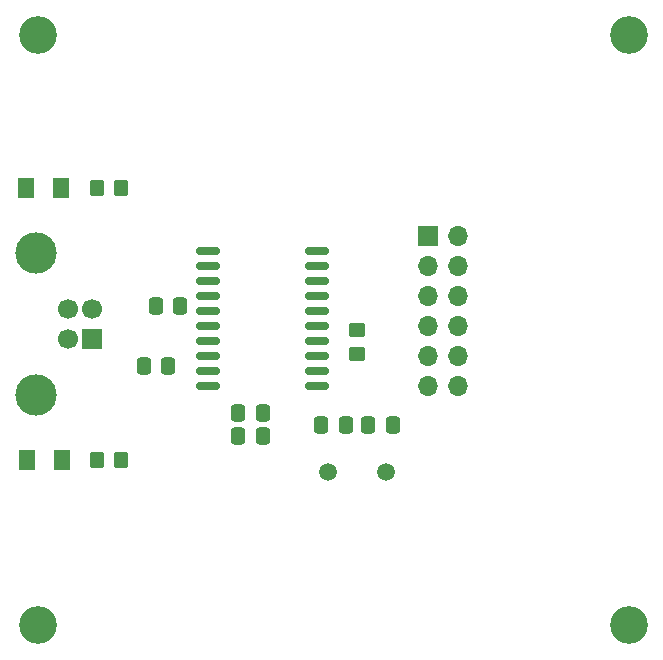
<source format=gbr>
%TF.GenerationSoftware,KiCad,Pcbnew,9.0.0*%
%TF.CreationDate,2025-03-23T19:11:54-07:00*%
%TF.ProjectId,SMRRC_USB,534d5252-435f-4555-9342-2e6b69636164,n/c*%
%TF.SameCoordinates,Original*%
%TF.FileFunction,Soldermask,Top*%
%TF.FilePolarity,Negative*%
%FSLAX46Y46*%
G04 Gerber Fmt 4.6, Leading zero omitted, Abs format (unit mm)*
G04 Created by KiCad (PCBNEW 9.0.0) date 2025-03-23 19:11:54*
%MOMM*%
%LPD*%
G01*
G04 APERTURE LIST*
G04 Aperture macros list*
%AMRoundRect*
0 Rectangle with rounded corners*
0 $1 Rounding radius*
0 $2 $3 $4 $5 $6 $7 $8 $9 X,Y pos of 4 corners*
0 Add a 4 corners polygon primitive as box body*
4,1,4,$2,$3,$4,$5,$6,$7,$8,$9,$2,$3,0*
0 Add four circle primitives for the rounded corners*
1,1,$1+$1,$2,$3*
1,1,$1+$1,$4,$5*
1,1,$1+$1,$6,$7*
1,1,$1+$1,$8,$9*
0 Add four rect primitives between the rounded corners*
20,1,$1+$1,$2,$3,$4,$5,0*
20,1,$1+$1,$4,$5,$6,$7,0*
20,1,$1+$1,$6,$7,$8,$9,0*
20,1,$1+$1,$8,$9,$2,$3,0*%
G04 Aperture macros list end*
%ADD10C,1.500000*%
%ADD11RoundRect,0.150000X0.875000X0.150000X-0.875000X0.150000X-0.875000X-0.150000X0.875000X-0.150000X0*%
%ADD12RoundRect,0.250000X-0.450000X0.350000X-0.450000X-0.350000X0.450000X-0.350000X0.450000X0.350000X0*%
%ADD13RoundRect,0.250000X0.350000X0.450000X-0.350000X0.450000X-0.350000X-0.450000X0.350000X-0.450000X0*%
%ADD14R,1.700000X1.700000*%
%ADD15O,1.700000X1.700000*%
%ADD16C,1.700000*%
%ADD17C,3.500000*%
%ADD18C,3.200000*%
%ADD19RoundRect,0.250001X0.462499X0.624999X-0.462499X0.624999X-0.462499X-0.624999X0.462499X-0.624999X0*%
%ADD20RoundRect,0.250000X0.337500X0.475000X-0.337500X0.475000X-0.337500X-0.475000X0.337500X-0.475000X0*%
%ADD21RoundRect,0.250000X-0.337500X-0.475000X0.337500X-0.475000X0.337500X0.475000X-0.337500X0.475000X0*%
G04 APERTURE END LIST*
D10*
%TO.C,Y1*%
X149450000Y-97000000D03*
X144570000Y-97000000D03*
%TD*%
D11*
%TO.C,U1*%
X143650000Y-89715000D03*
X143650000Y-88445000D03*
X143650000Y-87175000D03*
X143650000Y-85905000D03*
X143650000Y-84635000D03*
X143650000Y-83365000D03*
X143650000Y-82095000D03*
X143650000Y-80825000D03*
X143650000Y-79555000D03*
X143650000Y-78285000D03*
X134350000Y-78285000D03*
X134350000Y-79555000D03*
X134350000Y-80825000D03*
X134350000Y-82095000D03*
X134350000Y-83365000D03*
X134350000Y-84635000D03*
X134350000Y-85905000D03*
X134350000Y-87175000D03*
X134350000Y-88445000D03*
X134350000Y-89715000D03*
%TD*%
D12*
%TO.C,R3*%
X147000000Y-85000000D03*
X147000000Y-87000000D03*
%TD*%
D13*
%TO.C,R2*%
X127000000Y-73000000D03*
X125000000Y-73000000D03*
%TD*%
%TO.C,R1*%
X127000000Y-96000000D03*
X125000000Y-96000000D03*
%TD*%
D14*
%TO.C,J2*%
X153000000Y-77000000D03*
D15*
X155540000Y-77000000D03*
X153000000Y-79540000D03*
X155540000Y-79540000D03*
X153000000Y-82080000D03*
X155540000Y-82080000D03*
X153000000Y-84620000D03*
X155540000Y-84620000D03*
X153000000Y-87160000D03*
X155540000Y-87160000D03*
X153000000Y-89700000D03*
X155540000Y-89700000D03*
%TD*%
D14*
%TO.C,J1*%
X124577500Y-85750000D03*
D16*
X124577500Y-83250000D03*
X122577500Y-83250000D03*
X122577500Y-85750000D03*
D17*
X119867500Y-90520000D03*
X119867500Y-78480000D03*
%TD*%
D18*
%TO.C,H4*%
X120000000Y-60000000D03*
%TD*%
%TO.C,H3*%
X170000000Y-60000000D03*
%TD*%
%TO.C,H2*%
X170000000Y-110000000D03*
%TD*%
%TO.C,H1*%
X120000000Y-110000000D03*
%TD*%
D19*
%TO.C,D2*%
X121975000Y-73000000D03*
X119000000Y-73000000D03*
%TD*%
%TO.C,D1*%
X122000000Y-96000000D03*
X119025000Y-96000000D03*
%TD*%
D20*
%TO.C,C6*%
X139037500Y-94000000D03*
X136962500Y-94000000D03*
%TD*%
D21*
%TO.C,C5*%
X128962500Y-88000000D03*
X131037500Y-88000000D03*
%TD*%
D20*
%TO.C,C4*%
X132037500Y-83000000D03*
X129962500Y-83000000D03*
%TD*%
%TO.C,C3*%
X139037500Y-92000000D03*
X136962500Y-92000000D03*
%TD*%
D21*
%TO.C,C2*%
X143962500Y-93000000D03*
X146037500Y-93000000D03*
%TD*%
D20*
%TO.C,C1*%
X150037500Y-93000000D03*
X147962500Y-93000000D03*
%TD*%
M02*

</source>
